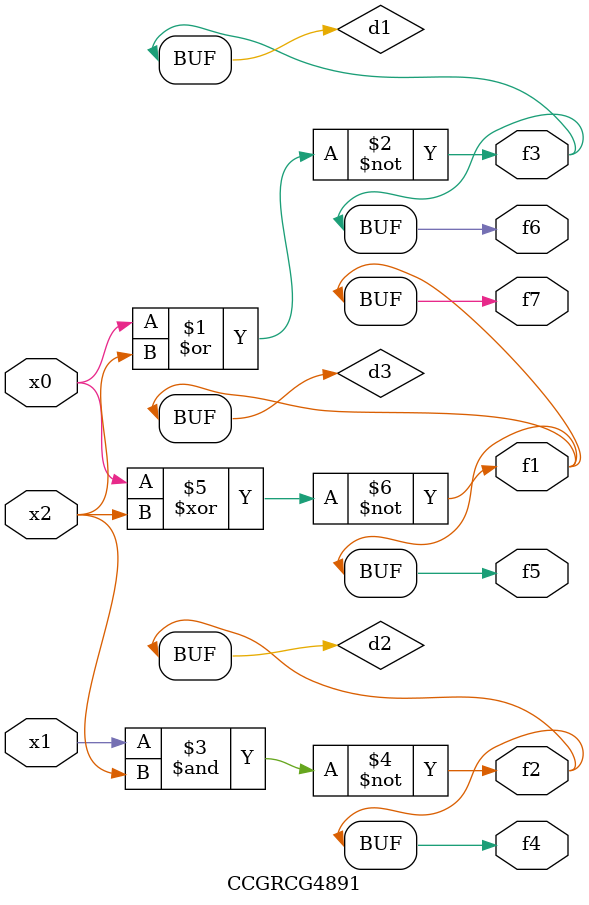
<source format=v>
module CCGRCG4891(
	input x0, x1, x2,
	output f1, f2, f3, f4, f5, f6, f7
);

	wire d1, d2, d3;

	nor (d1, x0, x2);
	nand (d2, x1, x2);
	xnor (d3, x0, x2);
	assign f1 = d3;
	assign f2 = d2;
	assign f3 = d1;
	assign f4 = d2;
	assign f5 = d3;
	assign f6 = d1;
	assign f7 = d3;
endmodule

</source>
